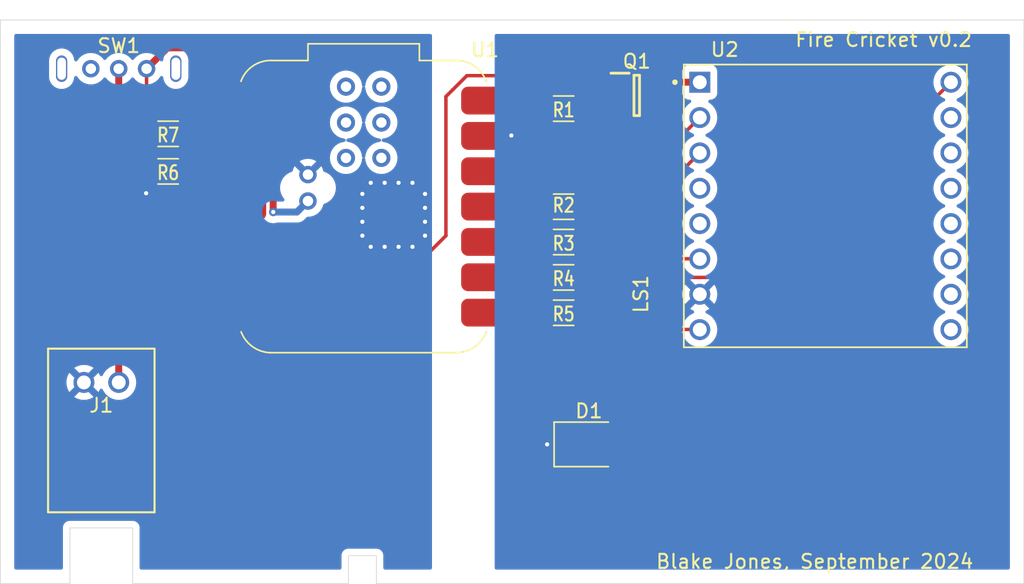
<source format=kicad_pcb>
(kicad_pcb (version 20240108) (generator "pcbnew") (generator_version "8.0")
  (title_block (title "Fire Cricket") (rev "0.1") (company "Blake Jones"))
  (layers (0 "F.Cu" signal) (31 "B.Cu" signal) (34 "B.Paste" user) (35 "F.Paste" user) (36 "B.SilkS" user "B.Silkscreen") (37 "F.SilkS" user "F.Silkscreen") (38 "B.Mask" user) (39 "F.Mask" user) (44 "Edge.Cuts" user))
  (net 0 "")
  (net 1 "Net-(D1-A)")
  (net 5 "GND")
  (net 6 "VCC")
  (net 7 "Net-(U2-SPK2)")
  (net 8 "Net-(U2-SPK1)")
  (net 9 "Net-(Q1-SOURCE)")
  (net 10 "Net-(Q1-DRAIN_4)")
  (net 11 "Net-(U2-RX)")
  (net 12 "Net-(U1-PA6_A10_D10_MOSI)")
  (net 13 "Net-(U1-PA5_A9_D9_MISO)")
  (net 31 "Net-(U2-TX)")
  (net 32 "Net-(U2-BUSY)")
  (net 33 "Net-(U1-PA7_A8_D8_SCK)")
  (net 34 "Net-(U1-PB09_A7_D7_RX)")
  (net 35 "Net-(U1-PA10_A2_D2)")
  (net 36 "Net-(SW1-C)")
  (net 38 "/Signal_GND")
  (net 39 "/Mosfet_Gate")
  (footprint "Cricket_footprints:R_1206_3216Metric_Pad1.30x1.75mm_HandSolder" (layer "F.Cu") (at 140.45 72.92 180)
    (property "Reference" "R2" (at 0 0.1 180) (layer "F.SilkS") (effects (font (size 1 0.8))))
    (property "Value" "1K")
    (fp_line (start -0.727064 0.91) (end 0.727064 0.91) (stroke (width 0.12)) (layer "F.SilkS"))
    (fp_line (start -0.727064 -0.91) (end 0.727064 -0.91) (stroke (width 0.12)) (layer "F.SilkS"))
    (pad "1" smd roundrect (at -1.55 0 180) (size 1.3 1.75) (layers "F.Cu" "F.Paste" "F.Mask") (roundrect_rratio 0.192308) (net 11 "Net-(U2-RX)"))
    (pad "2" smd roundrect (at 1.55 0 180) (size 1.3 1.75) (layers "F.Cu" "F.Paste" "F.Mask") (roundrect_rratio 0.192308) (net 12 "Net-(U1-PA6_A10_D10_MOSI)"))
  )
  (footprint "Cricket_footprints:SLW-864574-5A-RA-N-D" (layer "F.Cu") (at 108.5 63)
    (property "Reference" "SW1" (at 0 -1.65 0) (layer "F.SilkS"))
    (property "Value" "SW_SPDT")
    (pad "1" thru_hole circle (at -2 0) (size 1.25 1.25) (drill 0.75) (layers "*.Cu" "*.Mask"))
    (pad "2" thru_hole circle (at 0 0) (size 1.25 1.25) (drill 0.75) (layers "*.Cu" "*.Mask") (net 6 "VCC"))
    (pad "3" thru_hole circle (at 2 0) (size 1.25 1.25) (drill 0.75) (layers "*.Cu" "*.Mask") (net 36 "Net-(SW1-C)"))
    (pad "4" thru_hole oval (at -4.1 0) (size 0.8 1.9) (drill oval 0.62 1.6) (layers "*.Cu" "*.Mask"))
    (pad "5" thru_hole oval (at 4.1 0) (size 0.8 1.9) (drill oval 0.62 1.6) (layers "*.Cu" "*.Mask"))
  )
  (footprint "Cricket_footprints:SOT95P280X100-6N" (layer "F.Cu") (at 145.7 64.92)
    (property "Reference" "Q1" (at 0 -2.45 0) (layer "F.SilkS"))
    (property "Value" "RQ6C065BCTCR" (hide yes))
    (fp_line (start -1.85 -1.6) (end -0.55 -1.6) (stroke (width 0.2)) (layer "F.SilkS"))
    (fp_line (start -0.2 -1.45) (end 0.2 -1.45) (stroke (width 0.2)) (layer "F.SilkS"))
    (fp_line (start -0.2 1.45) (end -0.2 -1.45) (stroke (width 0.2)) (layer "F.SilkS"))
    (fp_line (start 0.2 -1.45) (end 0.2 1.45) (stroke (width 0.2)) (layer "F.SilkS"))
    (fp_line (start 0.2 1.45) (end -0.2 1.45) (stroke (width 0.2)) (layer "F.SilkS"))
    (pad "1" smd rect (at -1.2 -0.95 90) (size 0.6 1.3) (layers "F.Cu" "F.Paste" "F.Mask"))
    (pad "2" smd rect (at -1.2 0 90) (size 0.6 1.3) (layers "F.Cu" "F.Paste" "F.Mask"))
    (pad "3" smd rect (at -1.2 0.95 90) (size 0.6 1.3) (layers "F.Cu" "F.Paste" "F.Mask") (net 39 "/Mosfet_Gate"))
    (pad "4" smd rect (at 1.2 0.95 90) (size 0.6 1.3) (layers "F.Cu" "F.Paste" "F.Mask") (net 9 "Net-(Q1-SOURCE)"))
    (pad "5" smd rect (at 1.2 0 90) (size 0.6 1.3) (layers "F.Cu" "F.Paste" "F.Mask"))
    (pad "6" smd rect (at 1.2 -0.95 90) (size 0.6 1.3) (layers "F.Cu" "F.Paste" "F.Mask") (net 10 "Net-(Q1-DRAIN_4)"))
  )
  (footprint "Cricket_footprints:R_1206_3216Metric_Pad1.30x1.75mm_HandSolder" (layer "F.Cu") (at 112.05 70.38)
    (property "Reference" "R6" (at 0 0.1 0) (layer "F.SilkS") (effects (font (size 1 0.8))))
    (property "Value" "1M")
    (fp_line (start -0.727064 -0.91) (end 0.727064 -0.91) (stroke (width 0.12)) (layer "F.SilkS"))
    (fp_line (start -0.727064 0.91) (end 0.727064 0.91) (stroke (width 0.12)) (layer "F.SilkS"))
    (pad "1" smd roundrect (at -1.55 0) (size 1.3 1.75) (layers "F.Cu" "F.Paste" "F.Mask") (roundrect_rratio 0.192308) (net 5 "GND"))
    (pad "2" smd roundrect (at 1.55 0) (size 1.3 1.75) (layers "F.Cu" "F.Paste" "F.Mask") (roundrect_rratio 0.192308) (net 35 "Net-(U1-PA10_A2_D2)"))
  )
  (footprint "Cricket_footprints:MODULE_DFR0299" (layer "F.Cu") (at 159.243 72.8615)
    (property "Reference" "U2" (at -7.225 -11.235 0) (layer "F.SilkS"))
    (property "Value" "DFR0299")
    (fp_line (start -10.16 -10.16) (end 10.16 -10.16) (stroke (width 0.127)) (layer "F.SilkS"))
    (fp_line (start -10.16 10.16) (end -10.16 -10.16) (stroke (width 0.127)) (layer "F.SilkS"))
    (fp_line (start 10.16 -10.16) (end 10.16 10.16) (stroke (width 0.127)) (layer "F.SilkS"))
    (fp_line (start 10.16 10.16) (end -10.16 10.16) (stroke (width 0.127)) (layer "F.SilkS"))
    (fp_circle (center -10.8 -8.89) (end -10.7 -8.89) (stroke (width 0.2)) (fill none) (layer "F.SilkS"))
    (pad "1" thru_hole rect (at -9.017 -8.89) (size 1.5 1.5) (drill 1) (layers "*.Cu" "*.Mask") (net 10 "Net-(Q1-DRAIN_4)"))
    (pad "2" thru_hole circle (at -9.017 -6.35) (size 1.5 1.5) (drill 1) (layers "*.Cu" "*.Mask") (net 11 "Net-(U2-RX)"))
    (pad "3" thru_hole circle (at -9.017 -3.81) (size 1.5 1.5) (drill 1) (layers "*.Cu" "*.Mask") (net 31 "Net-(U2-TX)"))
    (pad "4" thru_hole circle (at -9.017 -1.27) (size 1.5 1.5) (drill 1) (layers "*.Cu" "*.Mask"))
    (pad "5" thru_hole circle (at -9.017 1.27) (size 1.5 1.5) (drill 1) (layers "*.Cu" "*.Mask"))
    (pad "6" thru_hole circle (at -9.017 3.81) (size 1.5 1.5) (drill 1) (layers "*.Cu" "*.Mask") (net 8 "Net-(U2-SPK1)"))
    (pad "7" thru_hole circle (at -9.017 6.35) (size 1.5 1.5) (drill 1) (layers "*.Cu" "*.Mask") (net 38 "/Signal_GND"))
    (pad "8" thru_hole circle (at -9.017 8.89) (size 1.5 1.5) (drill 1) (layers "*.Cu" "*.Mask") (net 7 "Net-(U2-SPK2)"))
    (pad "9" thru_hole circle (at 9.017 8.89) (size 1.5 1.5) (drill 1) (layers "*.Cu" "*.Mask"))
    (pad "10" thru_hole circle (at 9.017 6.35) (size 1.5 1.5) (drill 1) (layers "*.Cu" "*.Mask"))
    (pad "11" thru_hole circle (at 9.017 3.81) (size 1.5 1.5) (drill 1) (layers "*.Cu" "*.Mask"))
    (pad "12" thru_hole circle (at 9.017 1.27) (size 1.5 1.5) (drill 1) (layers "*.Cu" "*.Mask"))
    (pad "13" thru_hole circle (at 9.017 -1.27) (size 1.5 1.5) (drill 1) (layers "*.Cu" "*.Mask"))
    (pad "14" thru_hole circle (at 9.017 -3.81) (size 1.5 1.5) (drill 1) (layers "*.Cu" "*.Mask"))
    (pad "15" thru_hole circle (at 9.017 -6.35) (size 1.5 1.5) (drill 1) (layers "*.Cu" "*.Mask"))
    (pad "16" thru_hole circle (at 9.017 -8.89) (size 1.5 1.5) (drill 1) (layers "*.Cu" "*.Mask") (net 32 "Net-(U2-BUSY)"))
  )
  (footprint "Cricket_footprints:R_1206_3216Metric_Pad1.30x1.75mm_HandSolder" (layer "F.Cu") (at 140.45 78)
    (property "Reference" "R4" (at 0 0.1 0) (layer "F.SilkS") (effects (font (size 1 0.8))))
    (property "Value" "1K")
    (fp_line (start -0.727064 -0.91) (end 0.727064 -0.91) (stroke (width 0.12)) (layer "F.SilkS"))
    (fp_line (start -0.727064 0.91) (end 0.727064 0.91) (stroke (width 0.12)) (layer "F.SilkS"))
    (pad "1" smd roundrect (at -1.55 0) (size 1.3 1.75) (layers "F.Cu" "F.Paste" "F.Mask") (roundrect_rratio 0.192308) (net 33 "Net-(U1-PA7_A8_D8_SCK)"))
    (pad "2" smd roundrect (at 1.55 0) (size 1.3 1.75) (layers "F.Cu" "F.Paste" "F.Mask") (roundrect_rratio 0.192308) (net 32 "Net-(U2-BUSY)"))
  )
  (footprint "Cricket_footprints:Speaker pads" (layer "F.Cu") (at 146.5 79.2 90)
    (property "Reference" "LS1" (at 0 -0.5 90) (layer "F.SilkS"))
    (property "Value" "Speaker")
    (pad "1" smd roundrect (at -2.54 0 90) (size 1.6 2.4) (layers "F.Cu" "F.Paste" "F.Mask") (net 7 "Net-(U2-SPK2)"))
    (pad "2" smd roundrect (at 2.54 0 90) (size 1.6 2.4) (layers "F.Cu" "F.Paste" "F.Mask") (net 8 "Net-(U2-SPK1)"))
  )
  (footprint "Cricket_footprints:R_1206_3216Metric_Pad1.30x1.75mm_HandSolder" (layer "F.Cu") (at 140.45 75.46)
    (property "Reference" "R3" (at 0 0.1 0) (layer "F.SilkS") (effects (font (size 1 0.8))))
    (property "Value" "1K")
    (fp_line (start -0.727064 -0.91) (end 0.727064 -0.91) (stroke (width 0.12)) (layer "F.SilkS"))
    (fp_line (start -0.727064 0.91) (end 0.727064 0.91) (stroke (width 0.12)) (layer "F.SilkS"))
    (pad "1" smd roundrect (at -1.55 0) (size 1.3 1.75) (layers "F.Cu" "F.Paste" "F.Mask") (roundrect_rratio 0.192308) (net 13 "Net-(U1-PA5_A9_D9_MISO)"))
    (pad "2" smd roundrect (at 1.55 0) (size 1.3 1.75) (layers "F.Cu" "F.Paste" "F.Mask") (roundrect_rratio 0.192308) (net 31 "Net-(U2-TX)"))
  )
  (footprint "Cricket_footprints:R_1206_3216Metric_Pad1.30x1.75mm_HandSolder" (layer "F.Cu") (at 112.05 67.68)
    (property "Reference" "R7" (at 0 0.1 0) (layer "F.SilkS") (effects (font (size 1 0.8))))
    (property "Value" "1M")
    (fp_line (start -0.727064 -0.91) (end 0.727064 -0.91) (stroke (width 0.12)) (layer "F.SilkS"))
    (fp_line (start -0.727064 0.91) (end 0.727064 0.91) (stroke (width 0.12)) (layer "F.SilkS"))
    (pad "1" smd roundrect (at -1.55 0) (size 1.3 1.75) (layers "F.Cu" "F.Paste" "F.Mask") (roundrect_rratio 0.192308) (net 36 "Net-(SW1-C)"))
    (pad "2" smd roundrect (at 1.55 0) (size 1.3 1.75) (layers "F.Cu" "F.Paste" "F.Mask") (roundrect_rratio 0.192308) (net 35 "Net-(U1-PA10_A2_D2)"))
  )
  (footprint "Cricket_footprints:R_1206_3216Metric_Pad1.30x1.75mm_HandSolder" (layer "F.Cu") (at 140.45 65.87)
    (property "Reference" "R1" (at 0 0.1 0) (layer "F.SilkS") (effects (font (size 1 0.8))))
    (property "Value" "100K")
    (fp_line (start -0.727064 -0.91) (end 0.727064 -0.91) (stroke (width 0.12)) (layer "F.SilkS"))
    (fp_line (start -0.727064 0.91) (end 0.727064 0.91) (stroke (width 0.12)) (layer "F.SilkS"))
    (pad "1" smd roundrect (at -1.55 0) (size 1.3 1.75) (layers "F.Cu" "F.Paste" "F.Mask") (roundrect_rratio 0.192308) (net 38 "/Signal_GND"))
    (pad "2" smd roundrect (at 1.55 0) (size 1.3 1.75) (layers "F.Cu" "F.Paste" "F.Mask") (roundrect_rratio 0.192308) (net 39 "/Mosfet_Gate"))
  )
  (footprint "Cricket_footprints:R_1206_3216Metric_Pad1.30x1.75mm_HandSolder" (layer "F.Cu") (at 140.45 80.54)
    (property "Reference" "R5" (at 0 0.1 0) (layer "F.SilkS") (effects (font (size 1 0.8))))
    (property "Value" "220")
    (fp_line (start -0.727064 -0.91) (end 0.727064 -0.91) (stroke (width 0.12)) (layer "F.SilkS"))
    (fp_line (start -0.727064 0.91) (end 0.727064 0.91) (stroke (width 0.12)) (layer "F.SilkS"))
    (pad "1" smd roundrect (at -1.55 0) (size 1.3 1.75) (layers "F.Cu" "F.Paste" "F.Mask") (roundrect_rratio 0.192308) (net 34 "Net-(U1-PB09_A7_D7_RX)"))
    (pad "2" smd roundrect (at 1.55 0) (size 1.3 1.75) (layers "F.Cu" "F.Paste" "F.Mask") (roundrect_rratio 0.192308) (net 1 "Net-(D1-A)"))
  )
  (footprint "Cricket_footprints:CONN_S2B-XH-A_JST" (layer "F.Cu") (at 106 85.546901)
    (property "Reference" "J1" (at 1.25 1.65 0) (layer "F.SilkS"))
    (property "Value" "S2B-XH-A")
    (fp_line (start -2.5727 -2.427) (end -2.5727 9.333199) (stroke (width 0.1524)) (layer "F.SilkS"))
    (fp_line (start -2.5727 9.333199) (end 5.0727 9.333199) (stroke (width 0.1524)) (layer "F.SilkS"))
    (fp_line (start 5.0727 -2.427) (end -2.5727 -2.427) (stroke (width 0.1524)) (layer "F.SilkS"))
    (fp_line (start 5.0727 9.333199) (end 5.0727 -2.427) (stroke (width 0.1524)) (layer "F.SilkS"))
    (pad "1" thru_hole circle (at 0 0) (size 1.5 1.5) (drill 1) (layers "*.Cu" "*.Mask") (net 5 "GND"))
    (pad "2" thru_hole circle (at 2.5 0) (size 1.5 1.5) (drill 1) (layers "*.Cu" "*.Mask") (net 6 "VCC"))
  )
  (footprint "Cricket_footprints:LED_PLCC_2835" (layer "F.Cu") (at 142.265 90)
    (property "Reference" "D1" (at 0 -2.4 0) (layer "F.SilkS"))
    (property "Value" "LED")
    (fp_line (start -2.5 -1.6) (end -2.5 1.6) (stroke (width 0.12)) (layer "F.SilkS"))
    (fp_line (start 1.4 -1.6) (end -2.5 -1.6) (stroke (width 0.12)) (layer "F.SilkS"))
    (fp_line (start 1.4 1.6) (end -2.5 1.6) (stroke (width 0.12)) (layer "F.SilkS"))
    (pad "1" smd rect (at -1.05 0) (size 2.5 2.2) (layers "F.Cu" "F.Paste" "F.Mask") (net 38 "/Signal_GND"))
    (pad "2" smd rect (at 2 0) (size 1.55 2.2) (layers "F.Cu" "F.Paste" "F.Mask") (net 1 "Net-(D1-A)"))
  )
  (footprint "Cricket_footprints:Seeed_Xiao_ESP32C3" (layer "F.Cu") (at 126.09 72.91)
    (property "Reference" "U1" (at 8.71 -11.26 0) (layer "F.SilkS"))
    (property "Value" "Seeed Xiao ESP32C3")
    (fp_line (start -6.7 10.5) (end 6.7 10.5) (stroke (width 0.12)) (layer "F.SilkS"))
    (fp_line (start -4 -11.7) (end 4 -11.7) (stroke (width 0.12)) (layer "F.SilkS"))
    (fp_line (start -4 -10.5) (end -6.6 -10.5) (stroke (width 0.12)) (layer "F.SilkS"))
    (fp_line (start -4 -10.5) (end -4 -11.7) (stroke (width 0.12)) (layer "F.SilkS"))
    (fp_line (start 4 -11.7) (end 4 -10.5) (stroke (width 0.12)) (layer "F.SilkS"))
    (fp_line (start 6.6 -10.5) (end 4 -10.5) (stroke (width 0.12)) (layer "F.SilkS"))
    (fp_arc (start -8.812892 -9.00468) (mid -7.949609 -10.111769) (end -6.600468 -10.499999) (stroke (width 0.12)) (layer "F.SilkS"))
    (fp_arc (start -6.7 10.5) (mid -7.977232 10.068125) (end -8.8 9) (stroke (width 0.12)) (layer "F.SilkS"))
    (fp_arc (start 6.6 -10.499999) (mid 7.944323 -10.107114) (end 8.804034 -9.001464) (stroke (width 0.12)) (layer "F.SilkS"))
    (fp_arc (start 8.8 9) (mid 7.977232 10.068126) (end 6.7 10.5) (stroke (width 0.12)) (layer "F.SilkS"))
    (pad "" np_thru_hole circle (at -4 -1.35) (size 0.1 0.1) (drill oval 3.5 1.9) (layers "F&B.Cu" "*.Mask"))
    (pad "1" smd roundrect (at -8.5 -7.62) (size 3 2) (layers "F.Cu" "F.Paste" "F.Mask"))
    (pad "2" smd roundrect (at -8.5 -5.08) (size 3 2) (layers "F.Cu" "F.Paste" "F.Mask"))
    (pad "3" smd roundrect (at -8.5 -2.54) (size 3 2) (layers "F.Cu" "F.Paste" "F.Mask") (net 35 "Net-(U1-PA10_A2_D2)"))
    (pad "4" smd roundrect (at -8.5 0) (size 3 2) (layers "F.Cu" "F.Paste" "F.Mask"))
    (pad "5" smd roundrect (at -8.5 2.54) (size 3 2) (layers "F.Cu" "F.Paste" "F.Mask"))
    (pad "6" smd roundrect (at -8.5 5.08) (size 3 2) (layers "F.Cu" "F.Paste" "F.Mask") (net 39 "/Mosfet_Gate"))
    (pad "7" smd roundrect (at -8.5 7.62) (size 3 2) (layers "F.Cu" "F.Paste" "F.Mask"))
    (pad "8" smd roundrect (at 8.5 7.62) (size 3 2) (layers "F.Cu" "F.Paste" "F.Mask") (net 34 "Net-(U1-PB09_A7_D7_RX)"))
    (pad "9" smd roundrect (at 8.5 5.08) (size 3 2) (layers "F.Cu" "F.Paste" "F.Mask") (net 33 "Net-(U1-PA7_A8_D8_SCK)"))
    (pad "10" smd roundrect (at 8.5 2.54) (size 3 2) (layers "F.Cu" "F.Paste" "F.Mask") (net 13 "Net-(U1-PA5_A9_D9_MISO)"))
    (pad "11" smd roundrect (at 8.5 0) (size 3 2) (layers "F.Cu" "F.Paste" "F.Mask") (net 12 "Net-(U1-PA6_A10_D10_MOSI)"))
    (pad "12" smd roundrect (at 8.5 -2.54) (size 3 2) (layers "F.Cu" "F.Paste" "F.Mask") (net 9 "Net-(Q1-SOURCE)"))
    (pad "13" smd roundrect (at 8.5 -5.08) (size 3 2) (layers "F.Cu" "F.Paste" "F.Mask") (net 38 "/Signal_GND"))
    (pad "14" smd roundrect (at 8.5 -7.62) (size 3 2) (layers "F.Cu" "F.Paste" "F.Mask"))
    (pad "15" smd roundrect (at 2.1 0.6) (size 3.5 3.5) (property pad_prop_heatsink) (layers "F.Cu" "F.Mask") (roundrect_rratio 0.07142857143) (net 5 "GND"))
    (pad "16" thru_hole circle (at -4 -0.4) (size 1.25 1.25) (drill 0.75) (property pad_prop_castellated) (layers "*.Cu" "*.Mask") (net 36 "Net-(SW1-C)"))
    (pad "17" thru_hole circle (at -4 -2.3) (size 1.25 1.25) (drill 0.75) (property pad_prop_castellated) (layers "*.Cu" "*.Mask") (net 5 "GND"))
    (pad "18" thru_hole circle (at -1.27 -8.62) (size 1.3 1.3) (drill 0.75) (layers "*.Cu" "*.Mask"))
    (pad "19" thru_hole circle (at -1.27 -6.04) (size 1.3 1.3) (drill 0.75) (layers "*.Cu" "*.Mask"))
    (pad "20" thru_hole circle (at -1.27 -3.5) (size 1.3 1.3) (drill 0.75) (layers "*.Cu" "*.Mask"))
    (pad "21" thru_hole circle (at 1.27 -3.5) (size 1.3 1.3) (drill 0.75) (layers "*.Cu" "*.Mask"))
    (pad "22" thru_hole circle (at 1.27 -6.04) (size 1.3 1.3) (drill 0.75) (layers "*.Cu" "*.Mask"))
    (pad "23" thru_hole circle (at 1.27 -8.62) (size 1.3 1.3) (drill 0.75) (layers "*.Cu" "*.Mask"))
  )
  (gr_poly (pts (xy 125 100) (xy 125 98) (xy 127 98) (xy 127 100) (xy 173.5 100) (xy 173.5 59.5) (xy 100 59.5) (xy 100 100) (xy 104.996 100) (xy 104.996 96) (xy 109.496 96) (xy 109.496 100)) (stroke (width 0.05)) (fill none) (layer "Edge.Cuts"))
  (gr_text "Blake Jones, September 2024" (at 147 99 0) (layer "F.SilkS") (effects (font (size 1 1)) (justify left bottom)))
  (gr_text "Fire Cricket v0.2" (at 156.996 61.5 0) (layer "F.SilkS") (effects (font (size 1 1)) (justify left bottom)))
  (segment (start 144.265 82.805) (end 142 80.54) (width 0.25) (layer "F.Cu") (net 1))
  (segment (start 144.265 90) (end 144.265 82.805) (width 0.25) (layer "F.Cu") (net 1))
  (segment (start 127.596 75.8) (end 127.596 74.104) (width 0.25) (layer "F.Cu") (net 5))
  (segment (start 110.5 70.38) (end 110.5 71.92) (width 0.5) (layer "F.Cu") (net 5))
  (segment (start 126.596 75.104) (end 128.19 73.51) (width 0.25) (layer "F.Cu") (net 5))
  (segment (start 126.596 71.2) (end 126.596 71.916) (width 0.25) (layer "F.Cu") (net 5))
  (segment (start 130.496 73) (end 128.7 73) (width 0.25) (layer "F.Cu") (net 5))
  (segment (start 129.596 72.104) (end 128.19 73.51) (width 0.25) (layer "F.Cu") (net 5))
  (segment (start 128.7 73) (end 128.19 73.51) (width 0.25) (layer "F.Cu") (net 5))
  (segment (start 128.68 74) (end 128.19 73.51) (width 0.25) (layer "F.Cu") (net 5))
  (segment (start 130.496 75) (end 129.68 75) (width 0.25) (layer "F.Cu") (net 5))
  (segment (start 127.68 73) (end 128.19 73.51) (width 0.25) (layer "F.Cu") (net 5))
  (segment (start 125.996 72) (end 126.68 72) (width 0.25) (layer "F.Cu") (net 5))
  (segment (start 129.68 75) (end 128.19 73.51) (width 0.25) (layer "F.Cu") (net 5))
  (segment (start 130.496 74) (end 128.68 74) (width 0.25) (layer "F.Cu") (net 5))
  (segment (start 126.7 75) (end 128.19 73.51) (width 0.25) (layer "F.Cu") (net 5))
  (segment (start 127.7 74) (end 128.19 73.51) (width 0.25) (layer "F.Cu") (net 5))
  (segment (start 129.596 71.2) (end 129.596 72.104) (width 0.25) (layer "F.Cu") (net 5))
  (segment (start 126.596 75.8) (end 126.596 75.104) (width 0.25) (layer "F.Cu") (net 5))
  (segment (start 127.596 72.916) (end 128.19 73.51) (width 0.25) (layer "F.Cu") (net 5))
  (segment (start 127.596 71.2) (end 127.596 72.916) (width 0.25) (layer "F.Cu") (net 5))
  (segment (start 110.5 71.92) (end 110.47 71.95) (width 0.5) (layer "F.Cu") (net 5))
  (segment (start 125.996 73) (end 127.68 73) (width 0.25) (layer "F.Cu") (net 5))
  (segment (start 128.596 75.8) (end 128.596 73.916) (width 0.25) (layer "F.Cu") (net 5))
  (segment (start 130.496 72) (end 129.7 72) (width 0.25) (layer "F.Cu") (net 5))
  (segment (start 125.996 74) (end 127.7 74) (width 0.25) (layer "F.Cu") (net 5))
  (segment (start 126.68 72) (end 128.19 73.51) (width 0.25) (layer "F.Cu") (net 5))
  (segment (start 128.596 73.916) (end 128.19 73.51) (width 0.25) (layer "F.Cu") (net 5))
  (segment (start 128.596 73.104) (end 128.19 73.51) (width 0.25) (layer "F.Cu") (net 5))
  (segment (start 129.596 75.8) (end 129.596 74.916) (width 0.25) (layer "F.Cu") (net 5))
  (segment (start 127.596 74.104) (end 128.19 73.51) (width 0.25) (layer "F.Cu") (net 5))
  (segment (start 128.596 71.2) (end 128.596 73.104) (width 0.25) (layer "F.Cu") (net 5))
  (segment (start 125.996 75) (end 126.7 75) (width 0.25) (layer "F.Cu") (net 5))
  (segment (start 129.596 74.916) (end 128.19 73.51) (width 0.25) (layer "F.Cu") (net 5))
  (segment (start 126.596 71.916) (end 128.19 73.51) (width 0.25) (layer "F.Cu") (net 5))
  (segment (start 129.7 72) (end 128.19 73.51) (width 0.25) (layer "F.Cu") (net 5))
  (via (at 128.596 75.8) (size 0.6) (drill 0.3) (layers "F.Cu" "B.Cu") (net 5))
  (via (at 125.996 72) (size 0.6) (drill 0.3) (layers "F.Cu" "B.Cu") (net 5))
  (via (at 127.596 71.2) (size 0.6) (drill 0.3) (layers "F.Cu" "B.Cu") (net 5))
  (via (at 129.596 71.2) (size 0.6) (drill 0.3) (layers "F.Cu" "B.Cu") (net 5))
  (via (at 130.496 75) (size 0.6) (drill 0.3) (layers "F.Cu" "B.Cu") (net 5))
  (via (at 130.496 72) (size 0.6) (drill 0.3) (layers "F.Cu" "B.Cu") (net 5))
  (via (at 125.996 73) (size 0.6) (drill 0.3) (layers "F.Cu" "B.Cu") (net 5))
  (via (at 130.496 74) (size 0.6) (drill 0.3) (layers "F.Cu" "B.Cu") (net 5))
  (via (at 130.496 73) (size 0.6) (drill 0.3) (layers "F.Cu" "B.Cu") (net 5))
  (via (at 110.47 71.95) (size 0.6) (drill 0.3) (layers "F.Cu" "B.Cu") (net 5))
  (via (at 127.596 75.8) (size 0.6) (drill 0.3) (layers "F.Cu" "B.Cu") (net 5))
  (via (at 125.996 74) (size 0.6) (drill 0.3) (layers "F.Cu" "B.Cu") (net 5))
  (via (at 128.596 71.2) (size 0.6) (drill 0.3) (layers "F.Cu" "B.Cu") (net 5))
  (via (at 126.596 75.8) (size 0.6) (drill 0.3) (layers "F.Cu" "B.Cu") (net 5))
  (via (at 126.596 71.2) (size 0.6) (drill 0.3) (layers "F.Cu" "B.Cu") (net 5))
  (via (at 125.996 75) (size 0.6) (drill 0.3) (layers "F.Cu" "B.Cu") (net 5))
  (via (at 129.596 75.8) (size 0.6) (drill 0.3) (layers "F.Cu" "B.Cu") (net 5))
  (segment (start 108.5 63) (end 108.5 85.546901) (width 0.5) (layer "F.Cu") (net 6))
  (segment (start 146.5 81.74) (end 150.2145 81.74) (width 0.25) (layer "F.Cu") (net 7))
  (segment (start 150.2145 81.74) (end 150.226 81.7515) (width 0.25) (layer "F.Cu") (net 7))
  (segment (start 146.5 76.66) (end 150.2145 76.66) (width 0.25) (layer "F.Cu") (net 8))
  (segment (start 150.2145 76.66) (end 150.226 76.6715) (width 0.25) (layer "F.Cu") (net 8))
  (segment (start 134.59 70.37) (end 142.4 70.37) (width 0.5) (layer "F.Cu") (net 9))
  (segment (start 142.4 70.37) (end 146.9 65.87) (width 0.5) (layer "F.Cu") (net 9))
  (segment (start 150.2245 63.97) (end 150.226 63.9715) (width 0.5) (layer "F.Cu") (net 10))
  (segment (start 146.9 63.97) (end 150.2245 63.97) (width 0.5) (layer "F.Cu") (net 10))
  (segment (start 142 72.92) (end 143.8175 72.92) (width 0.25) (layer "F.Cu") (net 11))
  (segment (start 143.8175 72.92) (end 150.226 66.5115) (width 0.25) (layer "F.Cu") (net 11))
  (segment (start 136.35 72.91) (end 134.59 72.91) (width 0.25) (layer "F.Cu") (net 12))
  (segment (start 136.36 72.92) (end 138.9 72.92) (width 0.25) (layer "F.Cu") (net 12))
  (segment (start 135.5 72.92) (end 136.36 72.92) (width 0.25) (layer "F.Cu") (net 12))
  (segment (start 136.36 72.92) (end 136.35 72.91) (width 0.25) (layer "F.Cu") (net 12))
  (segment (start 136.28 75.46) (end 136.27 75.45) (width 0.25) (layer "F.Cu") (net 13))
  (segment (start 135.5 75.46) (end 136.28 75.46) (width 0.25) (layer "F.Cu") (net 13))
  (segment (start 136.28 75.46) (end 138.9 75.46) (width 0.25) (layer "F.Cu") (net 13))
  (segment (start 136.27 75.45) (end 134.59 75.45) (width 0.25) (layer "F.Cu") (net 13))
  (segment (start 143.8175 75.46) (end 150.226 69.0515) (width 0.25) (layer "F.Cu") (net 31))
  (segment (start 142 75.46) (end 143.8175 75.46) (width 0.25) (layer "F.Cu") (net 31))
  (segment (start 142 78) (end 154.2315 78) (width 0.25) (layer "F.Cu") (net 32))
  (segment (start 154.2315 78) (end 168.26 63.9715) (width 0.25) (layer "F.Cu") (net 32))
  (segment (start 135.5 78) (end 136.32 78) (width 0.25) (layer "F.Cu") (net 33))
  (segment (start 136.13 78) (end 136.12 77.99) (width 0.25) (layer "F.Cu") (net 33))
  (segment (start 136.32 78) (end 138.9 78) (width 0.25) (layer "F.Cu") (net 33))
  (segment (start 136.32 78) (end 136.13 78) (width 0.25) (layer "F.Cu") (net 33))
  (segment (start 136.12 77.99) (end 134.59 77.99) (width 0.25) (layer "F.Cu") (net 33))
  (segment (start 136.15 80.53) (end 134.59 80.53) (width 0.25) (layer "F.Cu") (net 34))
  (segment (start 136.16 80.54) (end 136.15 80.53) (width 0.25) (layer "F.Cu") (net 34))
  (segment (start 136.32 80.54) (end 136.16 80.54) (width 0.25) (layer "F.Cu") (net 34))
  (segment (start 136.32 80.54) (end 138.9 80.54) (width 0.25) (layer "F.Cu") (net 34))
  (segment (start 135.5 80.54) (end 136.32 80.54) (width 0.25) (layer "F.Cu") (net 34))
  (segment (start 113.6 67.68) (end 113.6 70.38) (width 0.25) (layer "F.Cu") (net 35))
  (segment (start 114.88 70.38) (end 114.89 70.37) (width 0.25) (layer "F.Cu") (net 35))
  (segment (start 113.6 70.38) (end 114.88 70.38) (width 0.25) (layer "F.Cu") (net 35))
  (segment (start 114.89 70.37) (end 117.59 70.37) (width 0.25) (layer "F.Cu") (net 35))
  (segment (start 112 61.5) (end 110.5 63) (width 0.5) (layer "F.Cu") (net 36))
  (segment (start 110.5 63) (end 110.5 67.68) (width 0.25) (layer "F.Cu") (net 36))
  (segment (start 119.596 73.3) (end 119.59 73.294) (width 0.5) (layer "F.Cu") (net 36))
  (segment (start 118.5 61.5) (end 112 61.5) (width 0.5) (layer "F.Cu") (net 36))
  (segment (start 119.59 62.59) (end 118.5 61.5) (width 0.5) (layer "F.Cu") (net 36))
  (segment (start 119.59 73.294) (end 119.59 62.59) (width 0.5) (layer "F.Cu") (net 36))
  (via (at 119.596 73.3) (size 0.6) (drill 0.3) (layers "F.Cu" "B.Cu") (net 36))
  (segment (start 122.09 72.51) (end 121.3 73.3) (width 0.5) (layer "B.Cu") (net 36))
  (segment (start 121.3 73.3) (end 119.596 73.3) (width 0.5) (layer "B.Cu") (net 36))
  (segment (start 136.19 67.83) (end 134.59 67.83) (width 0.5) (layer "F.Cu") (net 38))
  (segment (start 139.265 90) (end 141.215 90) (width 0.5) (layer "F.Cu") (net 38))
  (segment (start 136.666 67.83) (end 136.696 67.8) (width 0.5) (layer "F.Cu") (net 38))
  (segment (start 134.59 67.83) (end 136.666 67.83) (width 0.5) (layer "F.Cu") (net 38))
  (segment (start 136.696 67.8) (end 136.726 67.83) (width 0.5) (layer "F.Cu") (net 38))
  (segment (start 136.2 67.84) (end 136.19 67.83) (width 0.5) (layer "F.Cu") (net 38))
  (segment (start 136.726 67.83) (end 136.94 67.83) (width 0.5) (layer "F.Cu") (net 38))
  (segment (start 135.5 67.84) (end 136.2 67.84) (width 0.5) (layer "F.Cu") (net 38))
  (segment (start 136.94 67.83) (end 138.9 65.87) (width 0.5) (layer "F.Cu") (net 38))
  (via (at 136.696 67.8) (size 0.6) (drill 0.3) (layers "F.Cu" "B.Cu") (net 38))
  (via (at 139.265 90) (size 0.6) (drill 0.3) (layers "F.Cu" "B.Cu") (net 38))
  (segment (start 117.59 77.99) (end 129.01 77.99) (width 0.25) (layer "F.Cu") (net 39))
  (segment (start 133.5 63.5) (end 139.696 63.5) (width 0.25) (layer "F.Cu") (net 39))
  (segment (start 139.696 63.5) (end 142 65.804) (width 0.25) (layer "F.Cu") (net 39))
  (segment (start 132.5 64.5) (end 133.5 63.5) (width 0.25) (layer "F.Cu") (net 39))
  (segment (start 142 65.87) (end 144.5 65.87) (width 0.25) (layer "F.Cu") (net 39))
  (segment (start 131.996 65) (end 132.496 64.5) (width 0.25) (layer "F.Cu") (net 39))
  (segment (start 129.01 77.99) (end 131.998 75.002) (width 0.25) (layer "F.Cu") (net 39))
  (segment (start 132.496 64.5) (end 132.5 64.5) (width 0.25) (layer "F.Cu") (net 39))
  (segment (start 142 65.804) (end 142 65.87) (width 0.25) (layer "F.Cu") (net 39))
  (segment (start 131.996 75) (end 131.996 65) (width 0.25) (layer "F.Cu") (net 39))
  (segment (start 131.998 75.002) (end 131.996 75) (width 0.25) (layer "F.Cu") (net 39))
  (zone (net 5) (net_name "GND") (layer "B.Cu") (connect_pads (clearance 0.5)) (min_thickness 0.25) (fill yes (thermal_gap 0.5) (thermal_bridge_width 0.5))
    (polygon (pts (xy 100.996 60.5) (xy 130.996 60.5) (xy 130.996 99) (xy 100.996 99)))
  )
  (zone (net 38) (net_name "/Signal_GND") (layer "B.Cu") (priority 1) (connect_pads (clearance 0.5)) (min_thickness 0.25) (fill yes (thermal_gap 0.5) (thermal_bridge_width 0.5))
    (polygon (pts (xy 135.496 60.5) (xy 135.496 99) (xy 172.496 99) (xy 172.496 60.5)))
  )
)
</source>
